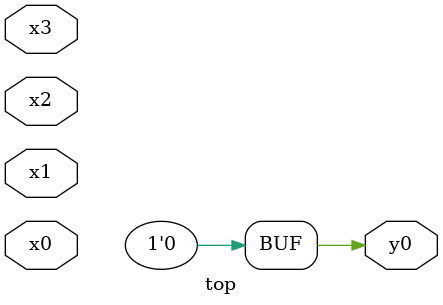
<source format=v>
module top( x0 , x1 , x2 , x3 , y0 );
  input x0 , x1 , x2 , x3 ;
  output y0 ;
  assign y0 = 1'b0 ;
endmodule

</source>
